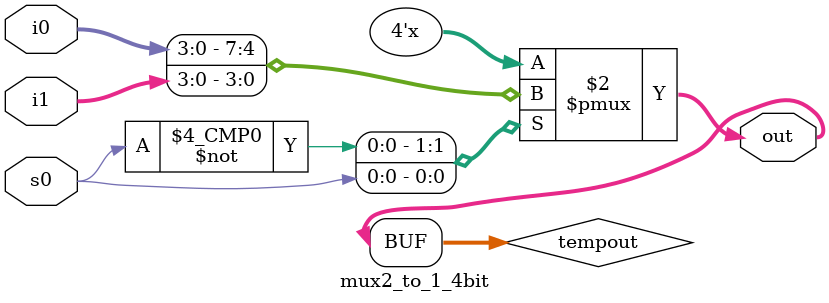
<source format=v>
module stimulus;
wire[3:0] out;
reg[3:0] i0,i1;
reg s0;

mux2_to_1_4bit mux(out,i0,i1,s0);

initial
begin

i0=4'b0110; i1=4'b0000; s0=1;
#1 $display("i0= %b, i1= %b, s0=%b \nout= %b\n",i0,i1,s0,out);

s0=0;
#1 $display("i0= %b, i1= %b, s0=%b \nout= %b\n",i0,i1,s0,out);

end
endmodule



module mux2_to_1_4bit (out, i0, i1, s0);//mux
	
	
	output[3:0] out;
	input[3:0] i0, i1;
	input s0;

	reg[3:0] tempout;
	
	always @(s0,i0,i1)
	begin	
	
		case ({s0})
			1'b0 : tempout = i0;
			1'b1 : tempout = i1;
				
		endcase
	

	end	
	
	assign out=tempout;
	
endmodule

</source>
